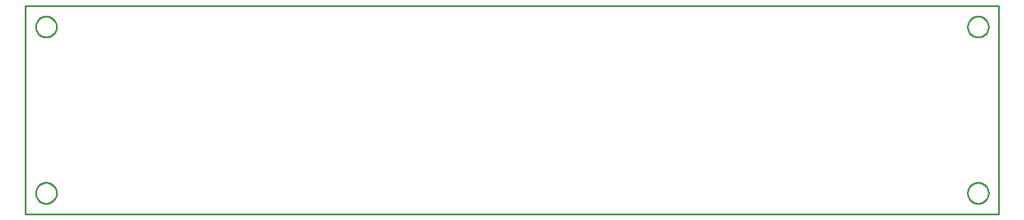
<source format=gbr>
G04 EAGLE Gerber X2 export*
%TF.Part,Single*%
%TF.FileFunction,Profile,NP*%
%TF.FilePolarity,Positive*%
%TF.GenerationSoftware,Autodesk,EAGLE,8.7.1*%
%TF.CreationDate,2018-05-13T19:16:24Z*%
G75*
%MOMM*%
%FSLAX34Y34*%
%LPD*%
%AMOC8*
5,1,8,0,0,1.08239X$1,22.5*%
G01*
%ADD10C,0.254000*%


D10*
X0Y0D02*
X1400000Y0D01*
X1400000Y300000D01*
X0Y300000D01*
X0Y0D01*
X45000Y29464D02*
X44924Y28396D01*
X44771Y27335D01*
X44543Y26288D01*
X44241Y25260D01*
X43867Y24256D01*
X43422Y23281D01*
X42908Y22341D01*
X42329Y21440D01*
X41687Y20582D01*
X40985Y19772D01*
X40228Y19015D01*
X39418Y18313D01*
X38560Y17671D01*
X37659Y17092D01*
X36719Y16578D01*
X35744Y16133D01*
X34740Y15759D01*
X33712Y15457D01*
X32665Y15229D01*
X31604Y15076D01*
X30536Y15000D01*
X29464Y15000D01*
X28396Y15076D01*
X27335Y15229D01*
X26288Y15457D01*
X25260Y15759D01*
X24256Y16133D01*
X23281Y16578D01*
X22341Y17092D01*
X21440Y17671D01*
X20582Y18313D01*
X19772Y19015D01*
X19015Y19772D01*
X18313Y20582D01*
X17671Y21440D01*
X17092Y22341D01*
X16578Y23281D01*
X16133Y24256D01*
X15759Y25260D01*
X15457Y26288D01*
X15229Y27335D01*
X15076Y28396D01*
X15000Y29464D01*
X15000Y30536D01*
X15076Y31604D01*
X15229Y32665D01*
X15457Y33712D01*
X15759Y34740D01*
X16133Y35744D01*
X16578Y36719D01*
X17092Y37659D01*
X17671Y38560D01*
X18313Y39418D01*
X19015Y40228D01*
X19772Y40985D01*
X20582Y41687D01*
X21440Y42329D01*
X22341Y42908D01*
X23281Y43422D01*
X24256Y43867D01*
X25260Y44241D01*
X26288Y44543D01*
X27335Y44771D01*
X28396Y44924D01*
X29464Y45000D01*
X30536Y45000D01*
X31604Y44924D01*
X32665Y44771D01*
X33712Y44543D01*
X34740Y44241D01*
X35744Y43867D01*
X36719Y43422D01*
X37659Y42908D01*
X38560Y42329D01*
X39418Y41687D01*
X40228Y40985D01*
X40985Y40228D01*
X41687Y39418D01*
X42329Y38560D01*
X42908Y37659D01*
X43422Y36719D01*
X43867Y35744D01*
X44241Y34740D01*
X44543Y33712D01*
X44771Y32665D01*
X44924Y31604D01*
X45000Y30536D01*
X45000Y29464D01*
X1385000Y29464D02*
X1384924Y28396D01*
X1384771Y27335D01*
X1384543Y26288D01*
X1384241Y25260D01*
X1383867Y24256D01*
X1383422Y23281D01*
X1382908Y22341D01*
X1382329Y21440D01*
X1381687Y20582D01*
X1380985Y19772D01*
X1380228Y19015D01*
X1379418Y18313D01*
X1378560Y17671D01*
X1377659Y17092D01*
X1376719Y16578D01*
X1375744Y16133D01*
X1374740Y15759D01*
X1373712Y15457D01*
X1372665Y15229D01*
X1371604Y15076D01*
X1370536Y15000D01*
X1369464Y15000D01*
X1368396Y15076D01*
X1367335Y15229D01*
X1366288Y15457D01*
X1365260Y15759D01*
X1364256Y16133D01*
X1363281Y16578D01*
X1362341Y17092D01*
X1361440Y17671D01*
X1360582Y18313D01*
X1359772Y19015D01*
X1359015Y19772D01*
X1358313Y20582D01*
X1357671Y21440D01*
X1357092Y22341D01*
X1356578Y23281D01*
X1356133Y24256D01*
X1355759Y25260D01*
X1355457Y26288D01*
X1355229Y27335D01*
X1355076Y28396D01*
X1355000Y29464D01*
X1355000Y30536D01*
X1355076Y31604D01*
X1355229Y32665D01*
X1355457Y33712D01*
X1355759Y34740D01*
X1356133Y35744D01*
X1356578Y36719D01*
X1357092Y37659D01*
X1357671Y38560D01*
X1358313Y39418D01*
X1359015Y40228D01*
X1359772Y40985D01*
X1360582Y41687D01*
X1361440Y42329D01*
X1362341Y42908D01*
X1363281Y43422D01*
X1364256Y43867D01*
X1365260Y44241D01*
X1366288Y44543D01*
X1367335Y44771D01*
X1368396Y44924D01*
X1369464Y45000D01*
X1370536Y45000D01*
X1371604Y44924D01*
X1372665Y44771D01*
X1373712Y44543D01*
X1374740Y44241D01*
X1375744Y43867D01*
X1376719Y43422D01*
X1377659Y42908D01*
X1378560Y42329D01*
X1379418Y41687D01*
X1380228Y40985D01*
X1380985Y40228D01*
X1381687Y39418D01*
X1382329Y38560D01*
X1382908Y37659D01*
X1383422Y36719D01*
X1383867Y35744D01*
X1384241Y34740D01*
X1384543Y33712D01*
X1384771Y32665D01*
X1384924Y31604D01*
X1385000Y30536D01*
X1385000Y29464D01*
X1385000Y269464D02*
X1384924Y268396D01*
X1384771Y267335D01*
X1384543Y266288D01*
X1384241Y265260D01*
X1383867Y264256D01*
X1383422Y263281D01*
X1382908Y262341D01*
X1382329Y261440D01*
X1381687Y260582D01*
X1380985Y259772D01*
X1380228Y259015D01*
X1379418Y258313D01*
X1378560Y257671D01*
X1377659Y257092D01*
X1376719Y256578D01*
X1375744Y256133D01*
X1374740Y255759D01*
X1373712Y255457D01*
X1372665Y255229D01*
X1371604Y255076D01*
X1370536Y255000D01*
X1369464Y255000D01*
X1368396Y255076D01*
X1367335Y255229D01*
X1366288Y255457D01*
X1365260Y255759D01*
X1364256Y256133D01*
X1363281Y256578D01*
X1362341Y257092D01*
X1361440Y257671D01*
X1360582Y258313D01*
X1359772Y259015D01*
X1359015Y259772D01*
X1358313Y260582D01*
X1357671Y261440D01*
X1357092Y262341D01*
X1356578Y263281D01*
X1356133Y264256D01*
X1355759Y265260D01*
X1355457Y266288D01*
X1355229Y267335D01*
X1355076Y268396D01*
X1355000Y269464D01*
X1355000Y270536D01*
X1355076Y271604D01*
X1355229Y272665D01*
X1355457Y273712D01*
X1355759Y274740D01*
X1356133Y275744D01*
X1356578Y276719D01*
X1357092Y277659D01*
X1357671Y278560D01*
X1358313Y279418D01*
X1359015Y280228D01*
X1359772Y280985D01*
X1360582Y281687D01*
X1361440Y282329D01*
X1362341Y282908D01*
X1363281Y283422D01*
X1364256Y283867D01*
X1365260Y284241D01*
X1366288Y284543D01*
X1367335Y284771D01*
X1368396Y284924D01*
X1369464Y285000D01*
X1370536Y285000D01*
X1371604Y284924D01*
X1372665Y284771D01*
X1373712Y284543D01*
X1374740Y284241D01*
X1375744Y283867D01*
X1376719Y283422D01*
X1377659Y282908D01*
X1378560Y282329D01*
X1379418Y281687D01*
X1380228Y280985D01*
X1380985Y280228D01*
X1381687Y279418D01*
X1382329Y278560D01*
X1382908Y277659D01*
X1383422Y276719D01*
X1383867Y275744D01*
X1384241Y274740D01*
X1384543Y273712D01*
X1384771Y272665D01*
X1384924Y271604D01*
X1385000Y270536D01*
X1385000Y269464D01*
X45000Y269464D02*
X44924Y268396D01*
X44771Y267335D01*
X44543Y266288D01*
X44241Y265260D01*
X43867Y264256D01*
X43422Y263281D01*
X42908Y262341D01*
X42329Y261440D01*
X41687Y260582D01*
X40985Y259772D01*
X40228Y259015D01*
X39418Y258313D01*
X38560Y257671D01*
X37659Y257092D01*
X36719Y256578D01*
X35744Y256133D01*
X34740Y255759D01*
X33712Y255457D01*
X32665Y255229D01*
X31604Y255076D01*
X30536Y255000D01*
X29464Y255000D01*
X28396Y255076D01*
X27335Y255229D01*
X26288Y255457D01*
X25260Y255759D01*
X24256Y256133D01*
X23281Y256578D01*
X22341Y257092D01*
X21440Y257671D01*
X20582Y258313D01*
X19772Y259015D01*
X19015Y259772D01*
X18313Y260582D01*
X17671Y261440D01*
X17092Y262341D01*
X16578Y263281D01*
X16133Y264256D01*
X15759Y265260D01*
X15457Y266288D01*
X15229Y267335D01*
X15076Y268396D01*
X15000Y269464D01*
X15000Y270536D01*
X15076Y271604D01*
X15229Y272665D01*
X15457Y273712D01*
X15759Y274740D01*
X16133Y275744D01*
X16578Y276719D01*
X17092Y277659D01*
X17671Y278560D01*
X18313Y279418D01*
X19015Y280228D01*
X19772Y280985D01*
X20582Y281687D01*
X21440Y282329D01*
X22341Y282908D01*
X23281Y283422D01*
X24256Y283867D01*
X25260Y284241D01*
X26288Y284543D01*
X27335Y284771D01*
X28396Y284924D01*
X29464Y285000D01*
X30536Y285000D01*
X31604Y284924D01*
X32665Y284771D01*
X33712Y284543D01*
X34740Y284241D01*
X35744Y283867D01*
X36719Y283422D01*
X37659Y282908D01*
X38560Y282329D01*
X39418Y281687D01*
X40228Y280985D01*
X40985Y280228D01*
X41687Y279418D01*
X42329Y278560D01*
X42908Y277659D01*
X43422Y276719D01*
X43867Y275744D01*
X44241Y274740D01*
X44543Y273712D01*
X44771Y272665D01*
X44924Y271604D01*
X45000Y270536D01*
X45000Y269464D01*
X45000Y29464D02*
X44924Y28396D01*
X44771Y27335D01*
X44543Y26288D01*
X44241Y25260D01*
X43867Y24256D01*
X43422Y23281D01*
X42908Y22341D01*
X42329Y21440D01*
X41687Y20582D01*
X40985Y19772D01*
X40228Y19015D01*
X39418Y18313D01*
X38560Y17671D01*
X37659Y17092D01*
X36719Y16578D01*
X35744Y16133D01*
X34740Y15759D01*
X33712Y15457D01*
X32665Y15229D01*
X31604Y15076D01*
X30536Y15000D01*
X29464Y15000D01*
X28396Y15076D01*
X27335Y15229D01*
X26288Y15457D01*
X25260Y15759D01*
X24256Y16133D01*
X23281Y16578D01*
X22341Y17092D01*
X21440Y17671D01*
X20582Y18313D01*
X19772Y19015D01*
X19015Y19772D01*
X18313Y20582D01*
X17671Y21440D01*
X17092Y22341D01*
X16578Y23281D01*
X16133Y24256D01*
X15759Y25260D01*
X15457Y26288D01*
X15229Y27335D01*
X15076Y28396D01*
X15000Y29464D01*
X15000Y30536D01*
X15076Y31604D01*
X15229Y32665D01*
X15457Y33712D01*
X15759Y34740D01*
X16133Y35744D01*
X16578Y36719D01*
X17092Y37659D01*
X17671Y38560D01*
X18313Y39418D01*
X19015Y40228D01*
X19772Y40985D01*
X20582Y41687D01*
X21440Y42329D01*
X22341Y42908D01*
X23281Y43422D01*
X24256Y43867D01*
X25260Y44241D01*
X26288Y44543D01*
X27335Y44771D01*
X28396Y44924D01*
X29464Y45000D01*
X30536Y45000D01*
X31604Y44924D01*
X32665Y44771D01*
X33712Y44543D01*
X34740Y44241D01*
X35744Y43867D01*
X36719Y43422D01*
X37659Y42908D01*
X38560Y42329D01*
X39418Y41687D01*
X40228Y40985D01*
X40985Y40228D01*
X41687Y39418D01*
X42329Y38560D01*
X42908Y37659D01*
X43422Y36719D01*
X43867Y35744D01*
X44241Y34740D01*
X44543Y33712D01*
X44771Y32665D01*
X44924Y31604D01*
X45000Y30536D01*
X45000Y29464D01*
X1385000Y29464D02*
X1384924Y28396D01*
X1384771Y27335D01*
X1384543Y26288D01*
X1384241Y25260D01*
X1383867Y24256D01*
X1383422Y23281D01*
X1382908Y22341D01*
X1382329Y21440D01*
X1381687Y20582D01*
X1380985Y19772D01*
X1380228Y19015D01*
X1379418Y18313D01*
X1378560Y17671D01*
X1377659Y17092D01*
X1376719Y16578D01*
X1375744Y16133D01*
X1374740Y15759D01*
X1373712Y15457D01*
X1372665Y15229D01*
X1371604Y15076D01*
X1370536Y15000D01*
X1369464Y15000D01*
X1368396Y15076D01*
X1367335Y15229D01*
X1366288Y15457D01*
X1365260Y15759D01*
X1364256Y16133D01*
X1363281Y16578D01*
X1362341Y17092D01*
X1361440Y17671D01*
X1360582Y18313D01*
X1359772Y19015D01*
X1359015Y19772D01*
X1358313Y20582D01*
X1357671Y21440D01*
X1357092Y22341D01*
X1356578Y23281D01*
X1356133Y24256D01*
X1355759Y25260D01*
X1355457Y26288D01*
X1355229Y27335D01*
X1355076Y28396D01*
X1355000Y29464D01*
X1355000Y30536D01*
X1355076Y31604D01*
X1355229Y32665D01*
X1355457Y33712D01*
X1355759Y34740D01*
X1356133Y35744D01*
X1356578Y36719D01*
X1357092Y37659D01*
X1357671Y38560D01*
X1358313Y39418D01*
X1359015Y40228D01*
X1359772Y40985D01*
X1360582Y41687D01*
X1361440Y42329D01*
X1362341Y42908D01*
X1363281Y43422D01*
X1364256Y43867D01*
X1365260Y44241D01*
X1366288Y44543D01*
X1367335Y44771D01*
X1368396Y44924D01*
X1369464Y45000D01*
X1370536Y45000D01*
X1371604Y44924D01*
X1372665Y44771D01*
X1373712Y44543D01*
X1374740Y44241D01*
X1375744Y43867D01*
X1376719Y43422D01*
X1377659Y42908D01*
X1378560Y42329D01*
X1379418Y41687D01*
X1380228Y40985D01*
X1380985Y40228D01*
X1381687Y39418D01*
X1382329Y38560D01*
X1382908Y37659D01*
X1383422Y36719D01*
X1383867Y35744D01*
X1384241Y34740D01*
X1384543Y33712D01*
X1384771Y32665D01*
X1384924Y31604D01*
X1385000Y30536D01*
X1385000Y29464D01*
X1385000Y269464D02*
X1384924Y268396D01*
X1384771Y267335D01*
X1384543Y266288D01*
X1384241Y265260D01*
X1383867Y264256D01*
X1383422Y263281D01*
X1382908Y262341D01*
X1382329Y261440D01*
X1381687Y260582D01*
X1380985Y259772D01*
X1380228Y259015D01*
X1379418Y258313D01*
X1378560Y257671D01*
X1377659Y257092D01*
X1376719Y256578D01*
X1375744Y256133D01*
X1374740Y255759D01*
X1373712Y255457D01*
X1372665Y255229D01*
X1371604Y255076D01*
X1370536Y255000D01*
X1369464Y255000D01*
X1368396Y255076D01*
X1367335Y255229D01*
X1366288Y255457D01*
X1365260Y255759D01*
X1364256Y256133D01*
X1363281Y256578D01*
X1362341Y257092D01*
X1361440Y257671D01*
X1360582Y258313D01*
X1359772Y259015D01*
X1359015Y259772D01*
X1358313Y260582D01*
X1357671Y261440D01*
X1357092Y262341D01*
X1356578Y263281D01*
X1356133Y264256D01*
X1355759Y265260D01*
X1355457Y266288D01*
X1355229Y267335D01*
X1355076Y268396D01*
X1355000Y269464D01*
X1355000Y270536D01*
X1355076Y271604D01*
X1355229Y272665D01*
X1355457Y273712D01*
X1355759Y274740D01*
X1356133Y275744D01*
X1356578Y276719D01*
X1357092Y277659D01*
X1357671Y278560D01*
X1358313Y279418D01*
X1359015Y280228D01*
X1359772Y280985D01*
X1360582Y281687D01*
X1361440Y282329D01*
X1362341Y282908D01*
X1363281Y283422D01*
X1364256Y283867D01*
X1365260Y284241D01*
X1366288Y284543D01*
X1367335Y284771D01*
X1368396Y284924D01*
X1369464Y285000D01*
X1370536Y285000D01*
X1371604Y284924D01*
X1372665Y284771D01*
X1373712Y284543D01*
X1374740Y284241D01*
X1375744Y283867D01*
X1376719Y283422D01*
X1377659Y282908D01*
X1378560Y282329D01*
X1379418Y281687D01*
X1380228Y280985D01*
X1380985Y280228D01*
X1381687Y279418D01*
X1382329Y278560D01*
X1382908Y277659D01*
X1383422Y276719D01*
X1383867Y275744D01*
X1384241Y274740D01*
X1384543Y273712D01*
X1384771Y272665D01*
X1384924Y271604D01*
X1385000Y270536D01*
X1385000Y269464D01*
X45000Y269464D02*
X44924Y268396D01*
X44771Y267335D01*
X44543Y266288D01*
X44241Y265260D01*
X43867Y264256D01*
X43422Y263281D01*
X42908Y262341D01*
X42329Y261440D01*
X41687Y260582D01*
X40985Y259772D01*
X40228Y259015D01*
X39418Y258313D01*
X38560Y257671D01*
X37659Y257092D01*
X36719Y256578D01*
X35744Y256133D01*
X34740Y255759D01*
X33712Y255457D01*
X32665Y255229D01*
X31604Y255076D01*
X30536Y255000D01*
X29464Y255000D01*
X28396Y255076D01*
X27335Y255229D01*
X26288Y255457D01*
X25260Y255759D01*
X24256Y256133D01*
X23281Y256578D01*
X22341Y257092D01*
X21440Y257671D01*
X20582Y258313D01*
X19772Y259015D01*
X19015Y259772D01*
X18313Y260582D01*
X17671Y261440D01*
X17092Y262341D01*
X16578Y263281D01*
X16133Y264256D01*
X15759Y265260D01*
X15457Y266288D01*
X15229Y267335D01*
X15076Y268396D01*
X15000Y269464D01*
X15000Y270536D01*
X15076Y271604D01*
X15229Y272665D01*
X15457Y273712D01*
X15759Y274740D01*
X16133Y275744D01*
X16578Y276719D01*
X17092Y277659D01*
X17671Y278560D01*
X18313Y279418D01*
X19015Y280228D01*
X19772Y280985D01*
X20582Y281687D01*
X21440Y282329D01*
X22341Y282908D01*
X23281Y283422D01*
X24256Y283867D01*
X25260Y284241D01*
X26288Y284543D01*
X27335Y284771D01*
X28396Y284924D01*
X29464Y285000D01*
X30536Y285000D01*
X31604Y284924D01*
X32665Y284771D01*
X33712Y284543D01*
X34740Y284241D01*
X35744Y283867D01*
X36719Y283422D01*
X37659Y282908D01*
X38560Y282329D01*
X39418Y281687D01*
X40228Y280985D01*
X40985Y280228D01*
X41687Y279418D01*
X42329Y278560D01*
X42908Y277659D01*
X43422Y276719D01*
X43867Y275744D01*
X44241Y274740D01*
X44543Y273712D01*
X44771Y272665D01*
X44924Y271604D01*
X45000Y270536D01*
X45000Y269464D01*
M02*

</source>
